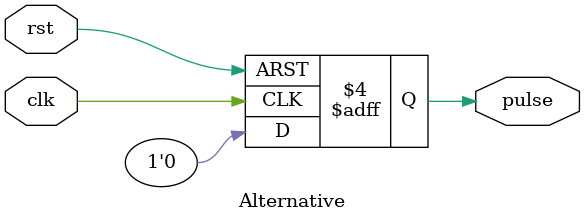
<source format=v>
`timescale 1us/1us

module Alternative#(parameter Resistor1 = 1 , parameter Resistor2 = 50 , parameter capacitor = 10)(input clk , rst , output reg pulse); 
  localparam integer onduration = ((Resistor1 + Resistor2) * capacitor * 0.693); 
	localparam integer offduration = ( Resistor2 * capacitor * 0.693);
	integer count_on;
	integer count_off;
	
	always@(posedge clk , posedge rst) begin
	  if(rst)
	    pulse <= 0;
	  else begin
	     for(count_on = 0 ; count_on < onduration ; count_on = count_on + 1) begin
	       #0.7;
	       pulse <= 1'b1;
	     end
	     
	     for(count_off = 0 ; count_off < offduration ; count_off = count_off + 1) begin
	       #0.7;
	       pulse <= 1'b0;
	     end
	     count_on = 0;
	     count_off = 0;
	  end
	  
	end

endmodule                      


</source>
